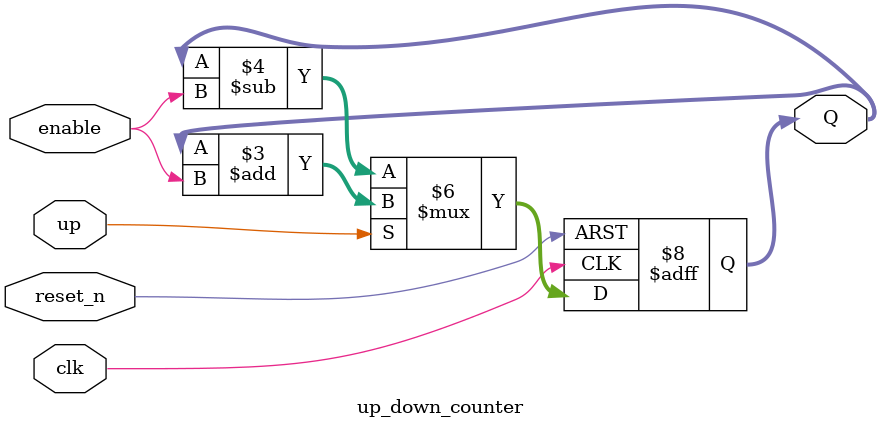
<source format=v>
module up_down_counter
    #(parameter BITS = 4)(
    input clk,
    input reset_n,
    input enable,
    input up, //when asserted the counter is up counter; otherwise, it is a down counter
    output reg [BITS - 1:0] Q
    );

    always @(posedge clk , negedge reset_n) begin
        if (~reset_n)
            Q<='b0;
        else if (up)
            Q<=Q+enable;
        else
            Q<=Q-enable;
    end

endmodule

</source>
